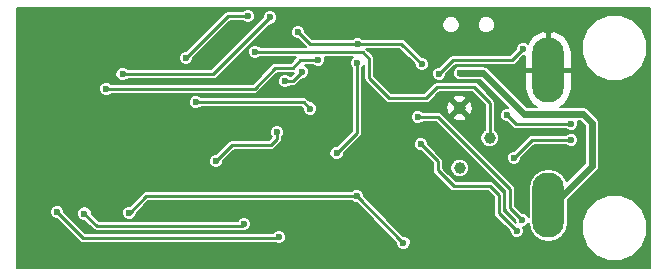
<source format=gbl>
G04 #@! TF.FileFunction,Copper,L2,Bot,Signal*
%FSLAX46Y46*%
G04 Gerber Fmt 4.6, Leading zero omitted, Abs format (unit mm)*
G04 Created by KiCad (PCBNEW 4.0.7-e2-6376~58~ubuntu16.04.1) date Thu Oct 19 04:39:58 2017*
%MOMM*%
%LPD*%
G01*
G04 APERTURE LIST*
%ADD10C,0.100000*%
%ADD11C,0.600000*%
%ADD12C,1.000000*%
%ADD13O,2.720000X5.510000*%
%ADD14C,0.250000*%
%ADD15C,0.600000*%
%ADD16C,0.200000*%
G04 APERTURE END LIST*
D10*
D11*
X168315300Y-111143300D03*
X173847000Y-92871000D03*
X172747000Y-91746000D03*
X171147000Y-91421000D03*
X141147000Y-105346000D03*
X130347000Y-95846000D03*
X130647000Y-97946000D03*
X160515300Y-111493300D03*
X139446000Y-107569000D03*
X140652500Y-101447600D03*
X131047000Y-105946000D03*
X130708400Y-104013000D03*
X131047000Y-101946000D03*
X129147000Y-99746000D03*
X128247000Y-97146000D03*
X136817100Y-100711000D03*
X136791700Y-102768400D03*
X137896600Y-103797100D03*
X135699500Y-103771700D03*
X137858500Y-101676200D03*
X137833100Y-99606100D03*
X135686800Y-101650800D03*
X135661400Y-99606100D03*
D12*
X164195760Y-98806000D03*
X164195760Y-103886000D03*
X166735760Y-101346000D03*
D13*
X171704000Y-107061000D03*
X171704000Y-95631000D03*
D11*
X158750000Y-111252000D03*
X136232900Y-107670600D03*
X159435800Y-110210600D03*
X155473400Y-106273600D03*
X130124200Y-107619800D03*
X148894800Y-109753400D03*
X173647100Y-100152200D03*
X168198800Y-99415600D03*
X173647100Y-101523800D03*
X168795700Y-103035100D03*
X160887000Y-101876000D03*
X169037000Y-109220000D03*
X160997000Y-95106000D03*
X150507000Y-92386000D03*
X155557000Y-93386000D03*
X143557000Y-103316000D03*
X148727000Y-100856000D03*
X132427000Y-107746000D03*
X145937000Y-108626000D03*
X134277000Y-97166000D03*
X152217000Y-94726000D03*
X135647000Y-95946000D03*
X148137000Y-91146000D03*
X146857000Y-94046000D03*
X141027000Y-94576000D03*
X146277000Y-91046000D03*
X151537000Y-98856000D03*
X141857000Y-98326000D03*
X149397000Y-96546000D03*
X150857000Y-95736000D03*
X155507000Y-95006000D03*
X153767000Y-102646000D03*
X169577000Y-93846000D03*
X162467000Y-95906000D03*
X160647000Y-99576000D03*
X169497000Y-108316000D03*
X164197000Y-95856000D03*
D14*
X155473400Y-106273600D02*
X137655300Y-106273600D01*
X136258300Y-107670600D02*
X136232900Y-107670600D01*
X137655300Y-106273600D02*
X136258300Y-107670600D01*
X159410400Y-110210600D02*
X159435800Y-110210600D01*
X155473400Y-106273600D02*
X159410400Y-110210600D01*
X132321300Y-109816900D02*
X130124200Y-107619800D01*
X148831300Y-109816900D02*
X132321300Y-109816900D01*
X148894800Y-109753400D02*
X148831300Y-109816900D01*
X168935400Y-100152200D02*
X173647100Y-100152200D01*
X168198800Y-99415600D02*
X168935400Y-100152200D01*
X170307000Y-101523800D02*
X173647100Y-101523800D01*
X168795700Y-103035100D02*
X170307000Y-101523800D01*
X162337000Y-104076000D02*
X163671000Y-105410000D01*
X162337000Y-103326000D02*
X162337000Y-104076000D01*
X160887000Y-101876000D02*
X162337000Y-103326000D01*
X166751000Y-105410000D02*
X163671000Y-105410000D01*
X167513000Y-106172000D02*
X166751000Y-105410000D01*
X167513000Y-107696000D02*
X167513000Y-106172000D01*
X169037000Y-109220000D02*
X167513000Y-107696000D01*
X160997000Y-95106000D02*
X159247000Y-93356000D01*
X155587000Y-93356000D02*
X155557000Y-93386000D01*
X159247000Y-93356000D02*
X155587000Y-93356000D01*
X150507000Y-92386000D02*
X151507000Y-93386000D01*
X151507000Y-93386000D02*
X155557000Y-93386000D01*
X148017000Y-101966000D02*
X148187000Y-101966000D01*
X144907000Y-101966000D02*
X147997000Y-101966000D01*
X147997000Y-101966000D02*
X148017000Y-101966000D01*
X143557000Y-103316000D02*
X144907000Y-101966000D01*
X148727000Y-101426000D02*
X148727000Y-100856000D01*
X148187000Y-101966000D02*
X148727000Y-101426000D01*
X133457000Y-108776000D02*
X132427000Y-107746000D01*
X145787000Y-108776000D02*
X133457000Y-108776000D01*
X145937000Y-108626000D02*
X145787000Y-108776000D01*
X134277000Y-97166000D02*
X146837000Y-97166000D01*
X150067000Y-95416000D02*
X150707000Y-94776000D01*
X148587000Y-95416000D02*
X150067000Y-95416000D01*
X146837000Y-97166000D02*
X148587000Y-95416000D01*
X150707000Y-94776000D02*
X151477000Y-94776000D01*
X152167000Y-94776000D02*
X152217000Y-94726000D01*
X151477000Y-94776000D02*
X152167000Y-94776000D01*
X143337000Y-95946000D02*
X135647000Y-95946000D01*
X148137000Y-91146000D02*
X143337000Y-95946000D01*
X162087000Y-97236000D02*
X162311012Y-97019460D01*
X162087000Y-97236000D02*
X161347000Y-97976000D01*
X161347000Y-97976000D02*
X158217000Y-97976000D01*
X158217000Y-97976000D02*
X156527000Y-96286000D01*
X156527000Y-96286000D02*
X156527000Y-94646000D01*
X156527000Y-94646000D02*
X155977000Y-94096000D01*
X155977000Y-94096000D02*
X146907000Y-94096000D01*
X146907000Y-94096000D02*
X146857000Y-94046000D01*
X166735760Y-99374760D02*
X166735760Y-101346000D01*
X166735760Y-98344760D02*
X166735760Y-99374760D01*
X165407000Y-97016000D02*
X166735760Y-98344760D01*
X163127000Y-97016000D02*
X165407000Y-97016000D01*
X162311012Y-97019460D02*
X163127000Y-97016000D01*
X166735760Y-101346000D02*
X166735760Y-101386640D01*
X141027000Y-94576000D02*
X144557000Y-91046000D01*
X144557000Y-91046000D02*
X146277000Y-91046000D01*
X151537000Y-98856000D02*
X151007000Y-98326000D01*
X151007000Y-98326000D02*
X141857000Y-98326000D01*
X149397000Y-96546000D02*
X150047000Y-96546000D01*
X150047000Y-96546000D02*
X150857000Y-95736000D01*
X155507000Y-100906000D02*
X155507000Y-95006000D01*
X153767000Y-102646000D02*
X155507000Y-100906000D01*
X162467000Y-95906000D02*
X162477000Y-95906000D01*
X169577000Y-93846000D02*
X168647000Y-94776000D01*
X168647000Y-94776000D02*
X163607000Y-94776000D01*
X162477000Y-95906000D02*
X163607000Y-94776000D01*
X162367000Y-99576000D02*
X160647000Y-99576000D01*
X168467000Y-105676000D02*
X162367000Y-99576000D01*
X168467000Y-107286000D02*
X168467000Y-105676000D01*
X169497000Y-108316000D02*
X168467000Y-107286000D01*
D15*
X171704000Y-107061000D02*
X172062000Y-107061000D01*
X172062000Y-107061000D02*
X175407000Y-103716000D01*
X166197000Y-95856000D02*
X164197000Y-95856000D01*
X169647000Y-99306000D02*
X166197000Y-95856000D01*
X174607000Y-99306000D02*
X169647000Y-99306000D01*
X175407000Y-100106000D02*
X174607000Y-99306000D01*
X175407000Y-103716000D02*
X175407000Y-100106000D01*
X171704000Y-107061000D02*
X171232000Y-107061000D01*
X171704000Y-107061000D02*
X171282000Y-107061000D01*
D14*
X171704000Y-107061000D02*
X171482000Y-107061000D01*
D16*
G36*
X180321000Y-112376000D02*
X126719000Y-112376000D01*
X126719000Y-107738624D01*
X129524096Y-107738624D01*
X129615248Y-107959229D01*
X129783883Y-108128159D01*
X130004329Y-108219696D01*
X130123159Y-108219800D01*
X132020780Y-110117421D01*
X132158659Y-110209549D01*
X132321300Y-110241900D01*
X148534659Y-110241900D01*
X148554483Y-110261759D01*
X148774929Y-110353296D01*
X149013624Y-110353504D01*
X149234229Y-110262352D01*
X149403159Y-110093717D01*
X149494696Y-109873271D01*
X149494904Y-109634576D01*
X149403752Y-109413971D01*
X149235117Y-109245041D01*
X149014671Y-109153504D01*
X148775976Y-109153296D01*
X148555371Y-109244448D01*
X148407661Y-109391900D01*
X132497341Y-109391900D01*
X130970265Y-107864824D01*
X131826896Y-107864824D01*
X131918048Y-108085429D01*
X132086683Y-108254359D01*
X132307129Y-108345896D01*
X132425960Y-108346000D01*
X133156480Y-109076520D01*
X133294359Y-109168649D01*
X133321343Y-109174016D01*
X133457000Y-109201000D01*
X145757173Y-109201000D01*
X145817129Y-109225896D01*
X146055824Y-109226104D01*
X146276429Y-109134952D01*
X146445359Y-108966317D01*
X146536896Y-108745871D01*
X146537104Y-108507176D01*
X146445952Y-108286571D01*
X146277317Y-108117641D01*
X146056871Y-108026104D01*
X145818176Y-108025896D01*
X145597571Y-108117048D01*
X145428641Y-108285683D01*
X145401519Y-108351000D01*
X133633040Y-108351000D01*
X133071464Y-107789424D01*
X135632796Y-107789424D01*
X135723948Y-108010029D01*
X135892583Y-108178959D01*
X136113029Y-108270496D01*
X136351724Y-108270704D01*
X136572329Y-108179552D01*
X136741259Y-108010917D01*
X136832796Y-107790471D01*
X136832877Y-107697063D01*
X137831341Y-106698600D01*
X155049870Y-106698600D01*
X155133083Y-106781959D01*
X155353529Y-106873496D01*
X155472359Y-106873600D01*
X158835777Y-110237017D01*
X158835696Y-110329424D01*
X158926848Y-110550029D01*
X159095483Y-110718959D01*
X159315929Y-110810496D01*
X159554624Y-110810704D01*
X159775229Y-110719552D01*
X159944159Y-110550917D01*
X160035696Y-110330471D01*
X160035904Y-110091776D01*
X159944752Y-109871171D01*
X159776117Y-109702241D01*
X159555671Y-109610704D01*
X159411419Y-109610578D01*
X156073401Y-106272561D01*
X156073504Y-106154776D01*
X155982352Y-105934171D01*
X155813717Y-105765241D01*
X155593271Y-105673704D01*
X155354576Y-105673496D01*
X155133971Y-105764648D01*
X155049872Y-105848600D01*
X137655300Y-105848600D01*
X137492660Y-105880951D01*
X137492658Y-105880952D01*
X137492659Y-105880952D01*
X137354779Y-105973080D01*
X136257239Y-107070621D01*
X136114076Y-107070496D01*
X135893471Y-107161648D01*
X135724541Y-107330283D01*
X135633004Y-107550729D01*
X135632796Y-107789424D01*
X133071464Y-107789424D01*
X133027001Y-107744961D01*
X133027104Y-107627176D01*
X132935952Y-107406571D01*
X132767317Y-107237641D01*
X132546871Y-107146104D01*
X132308176Y-107145896D01*
X132087571Y-107237048D01*
X131918641Y-107405683D01*
X131827104Y-107626129D01*
X131826896Y-107864824D01*
X130970265Y-107864824D01*
X130724201Y-107618761D01*
X130724304Y-107500976D01*
X130633152Y-107280371D01*
X130464517Y-107111441D01*
X130244071Y-107019904D01*
X130005376Y-107019696D01*
X129784771Y-107110848D01*
X129615841Y-107279483D01*
X129524304Y-107499929D01*
X129524096Y-107738624D01*
X126719000Y-107738624D01*
X126719000Y-103434824D01*
X142956896Y-103434824D01*
X143048048Y-103655429D01*
X143216683Y-103824359D01*
X143437129Y-103915896D01*
X143675824Y-103916104D01*
X143896429Y-103824952D01*
X144065359Y-103656317D01*
X144156896Y-103435871D01*
X144157000Y-103317041D01*
X145083041Y-102391000D01*
X148187000Y-102391000D01*
X148322657Y-102364016D01*
X148349641Y-102358649D01*
X148487520Y-102266520D01*
X149027520Y-101726521D01*
X149119648Y-101588641D01*
X149119649Y-101588640D01*
X149152000Y-101426000D01*
X149152000Y-101279530D01*
X149235359Y-101196317D01*
X149326896Y-100975871D01*
X149327104Y-100737176D01*
X149235952Y-100516571D01*
X149067317Y-100347641D01*
X148846871Y-100256104D01*
X148608176Y-100255896D01*
X148387571Y-100347048D01*
X148218641Y-100515683D01*
X148127104Y-100736129D01*
X148126896Y-100974824D01*
X148218048Y-101195429D01*
X148287229Y-101264731D01*
X148010960Y-101541000D01*
X144907000Y-101541000D01*
X144744360Y-101573351D01*
X144744358Y-101573352D01*
X144744359Y-101573352D01*
X144606479Y-101665480D01*
X143555961Y-102715999D01*
X143438176Y-102715896D01*
X143217571Y-102807048D01*
X143048641Y-102975683D01*
X142957104Y-103196129D01*
X142956896Y-103434824D01*
X126719000Y-103434824D01*
X126719000Y-98444824D01*
X141256896Y-98444824D01*
X141348048Y-98665429D01*
X141516683Y-98834359D01*
X141737129Y-98925896D01*
X141975824Y-98926104D01*
X142196429Y-98834952D01*
X142280528Y-98751000D01*
X150830960Y-98751000D01*
X150936999Y-98857039D01*
X150936896Y-98974824D01*
X151028048Y-99195429D01*
X151196683Y-99364359D01*
X151417129Y-99455896D01*
X151655824Y-99456104D01*
X151876429Y-99364952D01*
X152045359Y-99196317D01*
X152136896Y-98975871D01*
X152137104Y-98737176D01*
X152045952Y-98516571D01*
X151877317Y-98347641D01*
X151656871Y-98256104D01*
X151538041Y-98256000D01*
X151307520Y-98025480D01*
X151169641Y-97933351D01*
X151142657Y-97927984D01*
X151007000Y-97901000D01*
X142280530Y-97901000D01*
X142197317Y-97817641D01*
X141976871Y-97726104D01*
X141738176Y-97725896D01*
X141517571Y-97817048D01*
X141348641Y-97985683D01*
X141257104Y-98206129D01*
X141256896Y-98444824D01*
X126719000Y-98444824D01*
X126719000Y-97284824D01*
X133676896Y-97284824D01*
X133768048Y-97505429D01*
X133936683Y-97674359D01*
X134157129Y-97765896D01*
X134395824Y-97766104D01*
X134616429Y-97674952D01*
X134700528Y-97591000D01*
X146837000Y-97591000D01*
X146972657Y-97564016D01*
X146999641Y-97558649D01*
X147137520Y-97466520D01*
X148763041Y-95841000D01*
X150067000Y-95841000D01*
X150171807Y-95820153D01*
X149870960Y-96121000D01*
X149820530Y-96121000D01*
X149737317Y-96037641D01*
X149516871Y-95946104D01*
X149278176Y-95945896D01*
X149057571Y-96037048D01*
X148888641Y-96205683D01*
X148797104Y-96426129D01*
X148796896Y-96664824D01*
X148888048Y-96885429D01*
X149056683Y-97054359D01*
X149277129Y-97145896D01*
X149515824Y-97146104D01*
X149736429Y-97054952D01*
X149820528Y-96971000D01*
X150047000Y-96971000D01*
X150182657Y-96944016D01*
X150209641Y-96938649D01*
X150347520Y-96846520D01*
X150858039Y-96336001D01*
X150975824Y-96336104D01*
X151196429Y-96244952D01*
X151365359Y-96076317D01*
X151456896Y-95855871D01*
X151457104Y-95617176D01*
X151365952Y-95396571D01*
X151197317Y-95227641D01*
X151133158Y-95201000D01*
X151843382Y-95201000D01*
X151876683Y-95234359D01*
X152097129Y-95325896D01*
X152335824Y-95326104D01*
X152556429Y-95234952D01*
X152725359Y-95066317D01*
X152816896Y-94845871D01*
X152817104Y-94607176D01*
X152781497Y-94521000D01*
X155143577Y-94521000D01*
X154998641Y-94665683D01*
X154907104Y-94886129D01*
X154906896Y-95124824D01*
X154998048Y-95345429D01*
X155082000Y-95429528D01*
X155082000Y-100729959D01*
X153765961Y-102045999D01*
X153648176Y-102045896D01*
X153427571Y-102137048D01*
X153258641Y-102305683D01*
X153167104Y-102526129D01*
X153166896Y-102764824D01*
X153258048Y-102985429D01*
X153426683Y-103154359D01*
X153647129Y-103245896D01*
X153885824Y-103246104D01*
X154106429Y-103154952D01*
X154275359Y-102986317D01*
X154366896Y-102765871D01*
X154367000Y-102647041D01*
X155807521Y-101206520D01*
X155899649Y-101068641D01*
X155932000Y-100906000D01*
X155932000Y-99694824D01*
X160046896Y-99694824D01*
X160138048Y-99915429D01*
X160306683Y-100084359D01*
X160527129Y-100175896D01*
X160765824Y-100176104D01*
X160986429Y-100084952D01*
X161070528Y-100001000D01*
X162190960Y-100001000D01*
X168042000Y-105852041D01*
X168042000Y-107286000D01*
X168062528Y-107389201D01*
X168074351Y-107448641D01*
X168166480Y-107586520D01*
X168896999Y-108317039D01*
X168896896Y-108434824D01*
X168927900Y-108509859D01*
X167938000Y-107519960D01*
X167938000Y-106172000D01*
X167934366Y-106153729D01*
X167905649Y-106009359D01*
X167813521Y-105871480D01*
X167051520Y-105109480D01*
X166913641Y-105017351D01*
X166886657Y-105011984D01*
X166751000Y-104985000D01*
X163847040Y-104985000D01*
X162906472Y-104044432D01*
X163395621Y-104044432D01*
X163517157Y-104338572D01*
X163742005Y-104563812D01*
X164035932Y-104685861D01*
X164354192Y-104686139D01*
X164648332Y-104564603D01*
X164873572Y-104339755D01*
X164995621Y-104045828D01*
X164995899Y-103727568D01*
X164874363Y-103433428D01*
X164649515Y-103208188D01*
X164355588Y-103086139D01*
X164037328Y-103085861D01*
X163743188Y-103207397D01*
X163517948Y-103432245D01*
X163395899Y-103726172D01*
X163395621Y-104044432D01*
X162906472Y-104044432D01*
X162762000Y-103899960D01*
X162762000Y-103326000D01*
X162760011Y-103316000D01*
X162729649Y-103163359D01*
X162637521Y-103025480D01*
X161487001Y-101874961D01*
X161487104Y-101757176D01*
X161395952Y-101536571D01*
X161227317Y-101367641D01*
X161006871Y-101276104D01*
X160768176Y-101275896D01*
X160547571Y-101367048D01*
X160378641Y-101535683D01*
X160287104Y-101756129D01*
X160286896Y-101994824D01*
X160378048Y-102215429D01*
X160546683Y-102384359D01*
X160767129Y-102475896D01*
X160885959Y-102476000D01*
X161912000Y-103502041D01*
X161912000Y-104076000D01*
X161924783Y-104140264D01*
X161944351Y-104238641D01*
X162036480Y-104376520D01*
X163370480Y-105710520D01*
X163508359Y-105802649D01*
X163671000Y-105835000D01*
X166574960Y-105835000D01*
X167088000Y-106348041D01*
X167088000Y-107696000D01*
X167110089Y-107807048D01*
X167120351Y-107858641D01*
X167212480Y-107996520D01*
X168436999Y-109221039D01*
X168436896Y-109338824D01*
X168528048Y-109559429D01*
X168696683Y-109728359D01*
X168917129Y-109819896D01*
X169155824Y-109820104D01*
X169376429Y-109728952D01*
X169545359Y-109560317D01*
X169636896Y-109339871D01*
X169637104Y-109101176D01*
X169560614Y-108916056D01*
X169615824Y-108916104D01*
X169836429Y-108824952D01*
X170005359Y-108656317D01*
X170050376Y-108547904D01*
X170170360Y-109151105D01*
X170530203Y-109689648D01*
X171068746Y-110049491D01*
X171704000Y-110175851D01*
X172339254Y-110049491D01*
X172877797Y-109689648D01*
X172993457Y-109516550D01*
X174511519Y-109516550D01*
X174933857Y-110538686D01*
X175715201Y-111321395D01*
X176736598Y-111745516D01*
X177842550Y-111746481D01*
X178864686Y-111324143D01*
X179647395Y-110542799D01*
X180071516Y-109521402D01*
X180072481Y-108415450D01*
X179650143Y-107393314D01*
X178868799Y-106610605D01*
X177847402Y-106186484D01*
X176741450Y-106185519D01*
X175719314Y-106607857D01*
X174936605Y-107389201D01*
X174512484Y-108410598D01*
X174511519Y-109516550D01*
X172993457Y-109516550D01*
X173237640Y-109151105D01*
X173364000Y-108515851D01*
X173364000Y-106607528D01*
X175831264Y-104140264D01*
X175961328Y-103945611D01*
X176007000Y-103716000D01*
X176007000Y-100106000D01*
X175961328Y-99876390D01*
X175831264Y-99681736D01*
X175031264Y-98881736D01*
X174836610Y-98751672D01*
X174607000Y-98706000D01*
X172666472Y-98706000D01*
X172986692Y-98526480D01*
X173463262Y-97921398D01*
X173672000Y-97180000D01*
X173672000Y-95785000D01*
X171858000Y-95785000D01*
X171858000Y-95805000D01*
X171550000Y-95805000D01*
X171550000Y-95785000D01*
X169736000Y-95785000D01*
X169736000Y-97180000D01*
X169944738Y-97921398D01*
X170421308Y-98526480D01*
X170741528Y-98706000D01*
X169895528Y-98706000D01*
X166621264Y-95431736D01*
X166426610Y-95301672D01*
X166197000Y-95256000D01*
X164197523Y-95256000D01*
X164078176Y-95255896D01*
X163857571Y-95347048D01*
X163688641Y-95515683D01*
X163597104Y-95736129D01*
X163596896Y-95974824D01*
X163688048Y-96195429D01*
X163856683Y-96364359D01*
X164077129Y-96455896D01*
X164315824Y-96456104D01*
X164316076Y-96456000D01*
X165948472Y-96456000D01*
X168308167Y-98815695D01*
X168079976Y-98815496D01*
X167859371Y-98906648D01*
X167690441Y-99075283D01*
X167598904Y-99295729D01*
X167598696Y-99534424D01*
X167689848Y-99755029D01*
X167858483Y-99923959D01*
X168078929Y-100015496D01*
X168197759Y-100015600D01*
X168634880Y-100452721D01*
X168772759Y-100544849D01*
X168935400Y-100577200D01*
X173223570Y-100577200D01*
X173306783Y-100660559D01*
X173527229Y-100752096D01*
X173765924Y-100752304D01*
X173986529Y-100661152D01*
X174155459Y-100492517D01*
X174246996Y-100272071D01*
X174247204Y-100033376D01*
X174194573Y-99906000D01*
X174358472Y-99906000D01*
X174807000Y-100354528D01*
X174807000Y-103467472D01*
X173248580Y-105025892D01*
X173237640Y-104970895D01*
X172877797Y-104432352D01*
X172339254Y-104072509D01*
X171704000Y-103946149D01*
X171068746Y-104072509D01*
X170530203Y-104432352D01*
X170170360Y-104970895D01*
X170044000Y-105606149D01*
X170044000Y-108068654D01*
X170005952Y-107976571D01*
X169837317Y-107807641D01*
X169616871Y-107716104D01*
X169498040Y-107716000D01*
X168892000Y-107109960D01*
X168892000Y-105676000D01*
X168871441Y-105572641D01*
X168859649Y-105513359D01*
X168767521Y-105375480D01*
X166545965Y-103153924D01*
X168195596Y-103153924D01*
X168286748Y-103374529D01*
X168455383Y-103543459D01*
X168675829Y-103634996D01*
X168914524Y-103635204D01*
X169135129Y-103544052D01*
X169304059Y-103375417D01*
X169395596Y-103154971D01*
X169395700Y-103036140D01*
X170483040Y-101948800D01*
X173223570Y-101948800D01*
X173306783Y-102032159D01*
X173527229Y-102123696D01*
X173765924Y-102123904D01*
X173986529Y-102032752D01*
X174155459Y-101864117D01*
X174246996Y-101643671D01*
X174247204Y-101404976D01*
X174156052Y-101184371D01*
X173987417Y-101015441D01*
X173766971Y-100923904D01*
X173528276Y-100923696D01*
X173307671Y-101014848D01*
X173223572Y-101098800D01*
X170307000Y-101098800D01*
X170172870Y-101125480D01*
X170144359Y-101131151D01*
X170006480Y-101223280D01*
X168794661Y-102435099D01*
X168676876Y-102434996D01*
X168456271Y-102526148D01*
X168287341Y-102694783D01*
X168195804Y-102915229D01*
X168195596Y-103153924D01*
X166545965Y-103153924D01*
X162989648Y-99597607D01*
X163621941Y-99597607D01*
X163662522Y-99801939D01*
X164084241Y-99930189D01*
X164522939Y-99887291D01*
X164728998Y-99801939D01*
X164769579Y-99597607D01*
X164195760Y-99023789D01*
X163621941Y-99597607D01*
X162989648Y-99597607D01*
X162667520Y-99275480D01*
X162529641Y-99183351D01*
X162502657Y-99177984D01*
X162367000Y-99151000D01*
X161070530Y-99151000D01*
X160987317Y-99067641D01*
X160766871Y-98976104D01*
X160528176Y-98975896D01*
X160307571Y-99067048D01*
X160138641Y-99235683D01*
X160047104Y-99456129D01*
X160046896Y-99694824D01*
X155932000Y-99694824D01*
X155932000Y-98694481D01*
X163071571Y-98694481D01*
X163114469Y-99133179D01*
X163199821Y-99339238D01*
X163404153Y-99379819D01*
X163977971Y-98806000D01*
X164413549Y-98806000D01*
X164987367Y-99379819D01*
X165191699Y-99339238D01*
X165319949Y-98917519D01*
X165277051Y-98478821D01*
X165191699Y-98272762D01*
X164987367Y-98232181D01*
X164413549Y-98806000D01*
X163977971Y-98806000D01*
X163404153Y-98232181D01*
X163199821Y-98272762D01*
X163071571Y-98694481D01*
X155932000Y-98694481D01*
X155932000Y-95429530D01*
X156015359Y-95346317D01*
X156102000Y-95137662D01*
X156102000Y-96286000D01*
X156121366Y-96383359D01*
X156134351Y-96448641D01*
X156226480Y-96586520D01*
X157916480Y-98276520D01*
X158054359Y-98368649D01*
X158217000Y-98401000D01*
X161347000Y-98401000D01*
X161482657Y-98374016D01*
X161509641Y-98368649D01*
X161647520Y-98276520D01*
X161909647Y-98014393D01*
X163621941Y-98014393D01*
X164195760Y-98588211D01*
X164769579Y-98014393D01*
X164728998Y-97810061D01*
X164307279Y-97681811D01*
X163868581Y-97724709D01*
X163662522Y-97810061D01*
X163621941Y-98014393D01*
X161909647Y-98014393D01*
X162384959Y-97539081D01*
X162483598Y-97443732D01*
X163127859Y-97441000D01*
X165230960Y-97441000D01*
X166310760Y-98520801D01*
X166310760Y-100656004D01*
X166283188Y-100667397D01*
X166057948Y-100892245D01*
X165935899Y-101186172D01*
X165935621Y-101504432D01*
X166057157Y-101798572D01*
X166282005Y-102023812D01*
X166575932Y-102145861D01*
X166894192Y-102146139D01*
X167188332Y-102024603D01*
X167413572Y-101799755D01*
X167535621Y-101505828D01*
X167535899Y-101187568D01*
X167414363Y-100893428D01*
X167189515Y-100668188D01*
X167160760Y-100656248D01*
X167160760Y-98344760D01*
X167128409Y-98182120D01*
X167097838Y-98136368D01*
X167036280Y-98044239D01*
X165707520Y-96715480D01*
X165569641Y-96623351D01*
X165542657Y-96617984D01*
X165407000Y-96591000D01*
X163127000Y-96591000D01*
X163126099Y-96591179D01*
X163125198Y-96591004D01*
X162309210Y-96594464D01*
X162232264Y-96610109D01*
X162155053Y-96624110D01*
X162151200Y-96626591D01*
X162146709Y-96627504D01*
X162081630Y-96671389D01*
X162015631Y-96713887D01*
X161791619Y-96930427D01*
X161789529Y-96933443D01*
X161786480Y-96935480D01*
X161170960Y-97551000D01*
X158393040Y-97551000D01*
X156952000Y-96109960D01*
X156952000Y-96024824D01*
X161866896Y-96024824D01*
X161958048Y-96245429D01*
X162126683Y-96414359D01*
X162347129Y-96505896D01*
X162585824Y-96506104D01*
X162806429Y-96414952D01*
X162975359Y-96246317D01*
X163066896Y-96025871D01*
X163066991Y-95917049D01*
X163783041Y-95201000D01*
X168647000Y-95201000D01*
X168782657Y-95174016D01*
X168809641Y-95168649D01*
X168947520Y-95076520D01*
X169578039Y-94446001D01*
X169695824Y-94446104D01*
X169736000Y-94429504D01*
X169736000Y-95477000D01*
X171550000Y-95477000D01*
X171550000Y-92426542D01*
X171858000Y-92426542D01*
X171858000Y-95477000D01*
X173672000Y-95477000D01*
X173672000Y-94276550D01*
X174511519Y-94276550D01*
X174933857Y-95298686D01*
X175715201Y-96081395D01*
X176736598Y-96505516D01*
X177842550Y-96506481D01*
X178864686Y-96084143D01*
X179647395Y-95302799D01*
X180071516Y-94281402D01*
X180072481Y-93175450D01*
X179650143Y-92153314D01*
X178868799Y-91370605D01*
X177847402Y-90946484D01*
X176741450Y-90945519D01*
X175719314Y-91367857D01*
X174936605Y-92149201D01*
X174512484Y-93170598D01*
X174511519Y-94276550D01*
X173672000Y-94276550D01*
X173672000Y-94082000D01*
X173463262Y-93340602D01*
X172986692Y-92735520D01*
X172314844Y-92358872D01*
X172163023Y-92322281D01*
X171858000Y-92426542D01*
X171550000Y-92426542D01*
X171244977Y-92322281D01*
X171093156Y-92358872D01*
X170421308Y-92735520D01*
X169944738Y-93340602D01*
X169939356Y-93359718D01*
X169917317Y-93337641D01*
X169696871Y-93246104D01*
X169458176Y-93245896D01*
X169237571Y-93337048D01*
X169068641Y-93505683D01*
X168977104Y-93726129D01*
X168977000Y-93844959D01*
X168470960Y-94351000D01*
X163607000Y-94351000D01*
X163444360Y-94383351D01*
X163424650Y-94396521D01*
X163306479Y-94475480D01*
X162475952Y-95306007D01*
X162348176Y-95305896D01*
X162127571Y-95397048D01*
X161958641Y-95565683D01*
X161867104Y-95786129D01*
X161866896Y-96024824D01*
X156952000Y-96024824D01*
X156952000Y-94646000D01*
X156919649Y-94483360D01*
X156861624Y-94396520D01*
X156827520Y-94345479D01*
X156277520Y-93795480D01*
X156255849Y-93781000D01*
X159070960Y-93781000D01*
X160396999Y-95107039D01*
X160396896Y-95224824D01*
X160488048Y-95445429D01*
X160656683Y-95614359D01*
X160877129Y-95705896D01*
X161115824Y-95706104D01*
X161336429Y-95614952D01*
X161505359Y-95446317D01*
X161596896Y-95225871D01*
X161597104Y-94987176D01*
X161505952Y-94766571D01*
X161337317Y-94597641D01*
X161116871Y-94506104D01*
X160998041Y-94506000D01*
X159547520Y-93055480D01*
X159409641Y-92963351D01*
X159382657Y-92957984D01*
X159247000Y-92931000D01*
X155950583Y-92931000D01*
X155897317Y-92877641D01*
X155676871Y-92786104D01*
X155438176Y-92785896D01*
X155217571Y-92877048D01*
X155133472Y-92961000D01*
X151683041Y-92961000D01*
X151107001Y-92384961D01*
X151107104Y-92267176D01*
X151015952Y-92046571D01*
X150873072Y-91903441D01*
X162713771Y-91903441D01*
X162826875Y-92177175D01*
X163036124Y-92386789D01*
X163309660Y-92500371D01*
X163605841Y-92500629D01*
X163879575Y-92387525D01*
X164089189Y-92178276D01*
X164202771Y-91904740D01*
X164202772Y-91903441D01*
X165710971Y-91903441D01*
X165824075Y-92177175D01*
X166033324Y-92386789D01*
X166306860Y-92500371D01*
X166603041Y-92500629D01*
X166876775Y-92387525D01*
X167086389Y-92178276D01*
X167199971Y-91904740D01*
X167200229Y-91608559D01*
X167087125Y-91334825D01*
X166877876Y-91125211D01*
X166604340Y-91011629D01*
X166308159Y-91011371D01*
X166034425Y-91124475D01*
X165824811Y-91333724D01*
X165711229Y-91607260D01*
X165710971Y-91903441D01*
X164202772Y-91903441D01*
X164203029Y-91608559D01*
X164089925Y-91334825D01*
X163880676Y-91125211D01*
X163607140Y-91011629D01*
X163310959Y-91011371D01*
X163037225Y-91124475D01*
X162827611Y-91333724D01*
X162714029Y-91607260D01*
X162713771Y-91903441D01*
X150873072Y-91903441D01*
X150847317Y-91877641D01*
X150626871Y-91786104D01*
X150388176Y-91785896D01*
X150167571Y-91877048D01*
X149998641Y-92045683D01*
X149907104Y-92266129D01*
X149906896Y-92504824D01*
X149998048Y-92725429D01*
X150166683Y-92894359D01*
X150387129Y-92985896D01*
X150505959Y-92986000D01*
X151190959Y-93671000D01*
X147330443Y-93671000D01*
X147197317Y-93537641D01*
X146976871Y-93446104D01*
X146738176Y-93445896D01*
X146517571Y-93537048D01*
X146348641Y-93705683D01*
X146257104Y-93926129D01*
X146256896Y-94164824D01*
X146348048Y-94385429D01*
X146516683Y-94554359D01*
X146737129Y-94645896D01*
X146975824Y-94646104D01*
X147196429Y-94554952D01*
X147230440Y-94521000D01*
X150360959Y-94521000D01*
X149890960Y-94991000D01*
X148587000Y-94991000D01*
X148424359Y-95023351D01*
X148286480Y-95115479D01*
X146660960Y-96741000D01*
X134700530Y-96741000D01*
X134617317Y-96657641D01*
X134396871Y-96566104D01*
X134158176Y-96565896D01*
X133937571Y-96657048D01*
X133768641Y-96825683D01*
X133677104Y-97046129D01*
X133676896Y-97284824D01*
X126719000Y-97284824D01*
X126719000Y-96064824D01*
X135046896Y-96064824D01*
X135138048Y-96285429D01*
X135306683Y-96454359D01*
X135527129Y-96545896D01*
X135765824Y-96546104D01*
X135986429Y-96454952D01*
X136070528Y-96371000D01*
X143337000Y-96371000D01*
X143472657Y-96344016D01*
X143499641Y-96338649D01*
X143637520Y-96246520D01*
X148138039Y-91746001D01*
X148255824Y-91746104D01*
X148476429Y-91654952D01*
X148645359Y-91486317D01*
X148736896Y-91265871D01*
X148737104Y-91027176D01*
X148645952Y-90806571D01*
X148477317Y-90637641D01*
X148256871Y-90546104D01*
X148018176Y-90545896D01*
X147797571Y-90637048D01*
X147628641Y-90805683D01*
X147537104Y-91026129D01*
X147537000Y-91144960D01*
X143160960Y-95521000D01*
X136070530Y-95521000D01*
X135987317Y-95437641D01*
X135766871Y-95346104D01*
X135528176Y-95345896D01*
X135307571Y-95437048D01*
X135138641Y-95605683D01*
X135047104Y-95826129D01*
X135046896Y-96064824D01*
X126719000Y-96064824D01*
X126719000Y-94694824D01*
X140426896Y-94694824D01*
X140518048Y-94915429D01*
X140686683Y-95084359D01*
X140907129Y-95175896D01*
X141145824Y-95176104D01*
X141366429Y-95084952D01*
X141535359Y-94916317D01*
X141626896Y-94695871D01*
X141627000Y-94577040D01*
X144733040Y-91471000D01*
X145853470Y-91471000D01*
X145936683Y-91554359D01*
X146157129Y-91645896D01*
X146395824Y-91646104D01*
X146616429Y-91554952D01*
X146785359Y-91386317D01*
X146876896Y-91165871D01*
X146877104Y-90927176D01*
X146785952Y-90706571D01*
X146617317Y-90537641D01*
X146396871Y-90446104D01*
X146158176Y-90445896D01*
X145937571Y-90537048D01*
X145853472Y-90621000D01*
X144557000Y-90621000D01*
X144394359Y-90653351D01*
X144256480Y-90745480D01*
X141025961Y-93975999D01*
X140908176Y-93975896D01*
X140687571Y-94067048D01*
X140518641Y-94235683D01*
X140427104Y-94456129D01*
X140426896Y-94694824D01*
X126719000Y-94694824D01*
X126719000Y-90316000D01*
X180321000Y-90316000D01*
X180321000Y-112376000D01*
X180321000Y-112376000D01*
G37*
X180321000Y-112376000D02*
X126719000Y-112376000D01*
X126719000Y-107738624D01*
X129524096Y-107738624D01*
X129615248Y-107959229D01*
X129783883Y-108128159D01*
X130004329Y-108219696D01*
X130123159Y-108219800D01*
X132020780Y-110117421D01*
X132158659Y-110209549D01*
X132321300Y-110241900D01*
X148534659Y-110241900D01*
X148554483Y-110261759D01*
X148774929Y-110353296D01*
X149013624Y-110353504D01*
X149234229Y-110262352D01*
X149403159Y-110093717D01*
X149494696Y-109873271D01*
X149494904Y-109634576D01*
X149403752Y-109413971D01*
X149235117Y-109245041D01*
X149014671Y-109153504D01*
X148775976Y-109153296D01*
X148555371Y-109244448D01*
X148407661Y-109391900D01*
X132497341Y-109391900D01*
X130970265Y-107864824D01*
X131826896Y-107864824D01*
X131918048Y-108085429D01*
X132086683Y-108254359D01*
X132307129Y-108345896D01*
X132425960Y-108346000D01*
X133156480Y-109076520D01*
X133294359Y-109168649D01*
X133321343Y-109174016D01*
X133457000Y-109201000D01*
X145757173Y-109201000D01*
X145817129Y-109225896D01*
X146055824Y-109226104D01*
X146276429Y-109134952D01*
X146445359Y-108966317D01*
X146536896Y-108745871D01*
X146537104Y-108507176D01*
X146445952Y-108286571D01*
X146277317Y-108117641D01*
X146056871Y-108026104D01*
X145818176Y-108025896D01*
X145597571Y-108117048D01*
X145428641Y-108285683D01*
X145401519Y-108351000D01*
X133633040Y-108351000D01*
X133071464Y-107789424D01*
X135632796Y-107789424D01*
X135723948Y-108010029D01*
X135892583Y-108178959D01*
X136113029Y-108270496D01*
X136351724Y-108270704D01*
X136572329Y-108179552D01*
X136741259Y-108010917D01*
X136832796Y-107790471D01*
X136832877Y-107697063D01*
X137831341Y-106698600D01*
X155049870Y-106698600D01*
X155133083Y-106781959D01*
X155353529Y-106873496D01*
X155472359Y-106873600D01*
X158835777Y-110237017D01*
X158835696Y-110329424D01*
X158926848Y-110550029D01*
X159095483Y-110718959D01*
X159315929Y-110810496D01*
X159554624Y-110810704D01*
X159775229Y-110719552D01*
X159944159Y-110550917D01*
X160035696Y-110330471D01*
X160035904Y-110091776D01*
X159944752Y-109871171D01*
X159776117Y-109702241D01*
X159555671Y-109610704D01*
X159411419Y-109610578D01*
X156073401Y-106272561D01*
X156073504Y-106154776D01*
X155982352Y-105934171D01*
X155813717Y-105765241D01*
X155593271Y-105673704D01*
X155354576Y-105673496D01*
X155133971Y-105764648D01*
X155049872Y-105848600D01*
X137655300Y-105848600D01*
X137492660Y-105880951D01*
X137492658Y-105880952D01*
X137492659Y-105880952D01*
X137354779Y-105973080D01*
X136257239Y-107070621D01*
X136114076Y-107070496D01*
X135893471Y-107161648D01*
X135724541Y-107330283D01*
X135633004Y-107550729D01*
X135632796Y-107789424D01*
X133071464Y-107789424D01*
X133027001Y-107744961D01*
X133027104Y-107627176D01*
X132935952Y-107406571D01*
X132767317Y-107237641D01*
X132546871Y-107146104D01*
X132308176Y-107145896D01*
X132087571Y-107237048D01*
X131918641Y-107405683D01*
X131827104Y-107626129D01*
X131826896Y-107864824D01*
X130970265Y-107864824D01*
X130724201Y-107618761D01*
X130724304Y-107500976D01*
X130633152Y-107280371D01*
X130464517Y-107111441D01*
X130244071Y-107019904D01*
X130005376Y-107019696D01*
X129784771Y-107110848D01*
X129615841Y-107279483D01*
X129524304Y-107499929D01*
X129524096Y-107738624D01*
X126719000Y-107738624D01*
X126719000Y-103434824D01*
X142956896Y-103434824D01*
X143048048Y-103655429D01*
X143216683Y-103824359D01*
X143437129Y-103915896D01*
X143675824Y-103916104D01*
X143896429Y-103824952D01*
X144065359Y-103656317D01*
X144156896Y-103435871D01*
X144157000Y-103317041D01*
X145083041Y-102391000D01*
X148187000Y-102391000D01*
X148322657Y-102364016D01*
X148349641Y-102358649D01*
X148487520Y-102266520D01*
X149027520Y-101726521D01*
X149119648Y-101588641D01*
X149119649Y-101588640D01*
X149152000Y-101426000D01*
X149152000Y-101279530D01*
X149235359Y-101196317D01*
X149326896Y-100975871D01*
X149327104Y-100737176D01*
X149235952Y-100516571D01*
X149067317Y-100347641D01*
X148846871Y-100256104D01*
X148608176Y-100255896D01*
X148387571Y-100347048D01*
X148218641Y-100515683D01*
X148127104Y-100736129D01*
X148126896Y-100974824D01*
X148218048Y-101195429D01*
X148287229Y-101264731D01*
X148010960Y-101541000D01*
X144907000Y-101541000D01*
X144744360Y-101573351D01*
X144744358Y-101573352D01*
X144744359Y-101573352D01*
X144606479Y-101665480D01*
X143555961Y-102715999D01*
X143438176Y-102715896D01*
X143217571Y-102807048D01*
X143048641Y-102975683D01*
X142957104Y-103196129D01*
X142956896Y-103434824D01*
X126719000Y-103434824D01*
X126719000Y-98444824D01*
X141256896Y-98444824D01*
X141348048Y-98665429D01*
X141516683Y-98834359D01*
X141737129Y-98925896D01*
X141975824Y-98926104D01*
X142196429Y-98834952D01*
X142280528Y-98751000D01*
X150830960Y-98751000D01*
X150936999Y-98857039D01*
X150936896Y-98974824D01*
X151028048Y-99195429D01*
X151196683Y-99364359D01*
X151417129Y-99455896D01*
X151655824Y-99456104D01*
X151876429Y-99364952D01*
X152045359Y-99196317D01*
X152136896Y-98975871D01*
X152137104Y-98737176D01*
X152045952Y-98516571D01*
X151877317Y-98347641D01*
X151656871Y-98256104D01*
X151538041Y-98256000D01*
X151307520Y-98025480D01*
X151169641Y-97933351D01*
X151142657Y-97927984D01*
X151007000Y-97901000D01*
X142280530Y-97901000D01*
X142197317Y-97817641D01*
X141976871Y-97726104D01*
X141738176Y-97725896D01*
X141517571Y-97817048D01*
X141348641Y-97985683D01*
X141257104Y-98206129D01*
X141256896Y-98444824D01*
X126719000Y-98444824D01*
X126719000Y-97284824D01*
X133676896Y-97284824D01*
X133768048Y-97505429D01*
X133936683Y-97674359D01*
X134157129Y-97765896D01*
X134395824Y-97766104D01*
X134616429Y-97674952D01*
X134700528Y-97591000D01*
X146837000Y-97591000D01*
X146972657Y-97564016D01*
X146999641Y-97558649D01*
X147137520Y-97466520D01*
X148763041Y-95841000D01*
X150067000Y-95841000D01*
X150171807Y-95820153D01*
X149870960Y-96121000D01*
X149820530Y-96121000D01*
X149737317Y-96037641D01*
X149516871Y-95946104D01*
X149278176Y-95945896D01*
X149057571Y-96037048D01*
X148888641Y-96205683D01*
X148797104Y-96426129D01*
X148796896Y-96664824D01*
X148888048Y-96885429D01*
X149056683Y-97054359D01*
X149277129Y-97145896D01*
X149515824Y-97146104D01*
X149736429Y-97054952D01*
X149820528Y-96971000D01*
X150047000Y-96971000D01*
X150182657Y-96944016D01*
X150209641Y-96938649D01*
X150347520Y-96846520D01*
X150858039Y-96336001D01*
X150975824Y-96336104D01*
X151196429Y-96244952D01*
X151365359Y-96076317D01*
X151456896Y-95855871D01*
X151457104Y-95617176D01*
X151365952Y-95396571D01*
X151197317Y-95227641D01*
X151133158Y-95201000D01*
X151843382Y-95201000D01*
X151876683Y-95234359D01*
X152097129Y-95325896D01*
X152335824Y-95326104D01*
X152556429Y-95234952D01*
X152725359Y-95066317D01*
X152816896Y-94845871D01*
X152817104Y-94607176D01*
X152781497Y-94521000D01*
X155143577Y-94521000D01*
X154998641Y-94665683D01*
X154907104Y-94886129D01*
X154906896Y-95124824D01*
X154998048Y-95345429D01*
X155082000Y-95429528D01*
X155082000Y-100729959D01*
X153765961Y-102045999D01*
X153648176Y-102045896D01*
X153427571Y-102137048D01*
X153258641Y-102305683D01*
X153167104Y-102526129D01*
X153166896Y-102764824D01*
X153258048Y-102985429D01*
X153426683Y-103154359D01*
X153647129Y-103245896D01*
X153885824Y-103246104D01*
X154106429Y-103154952D01*
X154275359Y-102986317D01*
X154366896Y-102765871D01*
X154367000Y-102647041D01*
X155807521Y-101206520D01*
X155899649Y-101068641D01*
X155932000Y-100906000D01*
X155932000Y-99694824D01*
X160046896Y-99694824D01*
X160138048Y-99915429D01*
X160306683Y-100084359D01*
X160527129Y-100175896D01*
X160765824Y-100176104D01*
X160986429Y-100084952D01*
X161070528Y-100001000D01*
X162190960Y-100001000D01*
X168042000Y-105852041D01*
X168042000Y-107286000D01*
X168062528Y-107389201D01*
X168074351Y-107448641D01*
X168166480Y-107586520D01*
X168896999Y-108317039D01*
X168896896Y-108434824D01*
X168927900Y-108509859D01*
X167938000Y-107519960D01*
X167938000Y-106172000D01*
X167934366Y-106153729D01*
X167905649Y-106009359D01*
X167813521Y-105871480D01*
X167051520Y-105109480D01*
X166913641Y-105017351D01*
X166886657Y-105011984D01*
X166751000Y-104985000D01*
X163847040Y-104985000D01*
X162906472Y-104044432D01*
X163395621Y-104044432D01*
X163517157Y-104338572D01*
X163742005Y-104563812D01*
X164035932Y-104685861D01*
X164354192Y-104686139D01*
X164648332Y-104564603D01*
X164873572Y-104339755D01*
X164995621Y-104045828D01*
X164995899Y-103727568D01*
X164874363Y-103433428D01*
X164649515Y-103208188D01*
X164355588Y-103086139D01*
X164037328Y-103085861D01*
X163743188Y-103207397D01*
X163517948Y-103432245D01*
X163395899Y-103726172D01*
X163395621Y-104044432D01*
X162906472Y-104044432D01*
X162762000Y-103899960D01*
X162762000Y-103326000D01*
X162760011Y-103316000D01*
X162729649Y-103163359D01*
X162637521Y-103025480D01*
X161487001Y-101874961D01*
X161487104Y-101757176D01*
X161395952Y-101536571D01*
X161227317Y-101367641D01*
X161006871Y-101276104D01*
X160768176Y-101275896D01*
X160547571Y-101367048D01*
X160378641Y-101535683D01*
X160287104Y-101756129D01*
X160286896Y-101994824D01*
X160378048Y-102215429D01*
X160546683Y-102384359D01*
X160767129Y-102475896D01*
X160885959Y-102476000D01*
X161912000Y-103502041D01*
X161912000Y-104076000D01*
X161924783Y-104140264D01*
X161944351Y-104238641D01*
X162036480Y-104376520D01*
X163370480Y-105710520D01*
X163508359Y-105802649D01*
X163671000Y-105835000D01*
X166574960Y-105835000D01*
X167088000Y-106348041D01*
X167088000Y-107696000D01*
X167110089Y-107807048D01*
X167120351Y-107858641D01*
X167212480Y-107996520D01*
X168436999Y-109221039D01*
X168436896Y-109338824D01*
X168528048Y-109559429D01*
X168696683Y-109728359D01*
X168917129Y-109819896D01*
X169155824Y-109820104D01*
X169376429Y-109728952D01*
X169545359Y-109560317D01*
X169636896Y-109339871D01*
X169637104Y-109101176D01*
X169560614Y-108916056D01*
X169615824Y-108916104D01*
X169836429Y-108824952D01*
X170005359Y-108656317D01*
X170050376Y-108547904D01*
X170170360Y-109151105D01*
X170530203Y-109689648D01*
X171068746Y-110049491D01*
X171704000Y-110175851D01*
X172339254Y-110049491D01*
X172877797Y-109689648D01*
X172993457Y-109516550D01*
X174511519Y-109516550D01*
X174933857Y-110538686D01*
X175715201Y-111321395D01*
X176736598Y-111745516D01*
X177842550Y-111746481D01*
X178864686Y-111324143D01*
X179647395Y-110542799D01*
X180071516Y-109521402D01*
X180072481Y-108415450D01*
X179650143Y-107393314D01*
X178868799Y-106610605D01*
X177847402Y-106186484D01*
X176741450Y-106185519D01*
X175719314Y-106607857D01*
X174936605Y-107389201D01*
X174512484Y-108410598D01*
X174511519Y-109516550D01*
X172993457Y-109516550D01*
X173237640Y-109151105D01*
X173364000Y-108515851D01*
X173364000Y-106607528D01*
X175831264Y-104140264D01*
X175961328Y-103945611D01*
X176007000Y-103716000D01*
X176007000Y-100106000D01*
X175961328Y-99876390D01*
X175831264Y-99681736D01*
X175031264Y-98881736D01*
X174836610Y-98751672D01*
X174607000Y-98706000D01*
X172666472Y-98706000D01*
X172986692Y-98526480D01*
X173463262Y-97921398D01*
X173672000Y-97180000D01*
X173672000Y-95785000D01*
X171858000Y-95785000D01*
X171858000Y-95805000D01*
X171550000Y-95805000D01*
X171550000Y-95785000D01*
X169736000Y-95785000D01*
X169736000Y-97180000D01*
X169944738Y-97921398D01*
X170421308Y-98526480D01*
X170741528Y-98706000D01*
X169895528Y-98706000D01*
X166621264Y-95431736D01*
X166426610Y-95301672D01*
X166197000Y-95256000D01*
X164197523Y-95256000D01*
X164078176Y-95255896D01*
X163857571Y-95347048D01*
X163688641Y-95515683D01*
X163597104Y-95736129D01*
X163596896Y-95974824D01*
X163688048Y-96195429D01*
X163856683Y-96364359D01*
X164077129Y-96455896D01*
X164315824Y-96456104D01*
X164316076Y-96456000D01*
X165948472Y-96456000D01*
X168308167Y-98815695D01*
X168079976Y-98815496D01*
X167859371Y-98906648D01*
X167690441Y-99075283D01*
X167598904Y-99295729D01*
X167598696Y-99534424D01*
X167689848Y-99755029D01*
X167858483Y-99923959D01*
X168078929Y-100015496D01*
X168197759Y-100015600D01*
X168634880Y-100452721D01*
X168772759Y-100544849D01*
X168935400Y-100577200D01*
X173223570Y-100577200D01*
X173306783Y-100660559D01*
X173527229Y-100752096D01*
X173765924Y-100752304D01*
X173986529Y-100661152D01*
X174155459Y-100492517D01*
X174246996Y-100272071D01*
X174247204Y-100033376D01*
X174194573Y-99906000D01*
X174358472Y-99906000D01*
X174807000Y-100354528D01*
X174807000Y-103467472D01*
X173248580Y-105025892D01*
X173237640Y-104970895D01*
X172877797Y-104432352D01*
X172339254Y-104072509D01*
X171704000Y-103946149D01*
X171068746Y-104072509D01*
X170530203Y-104432352D01*
X170170360Y-104970895D01*
X170044000Y-105606149D01*
X170044000Y-108068654D01*
X170005952Y-107976571D01*
X169837317Y-107807641D01*
X169616871Y-107716104D01*
X169498040Y-107716000D01*
X168892000Y-107109960D01*
X168892000Y-105676000D01*
X168871441Y-105572641D01*
X168859649Y-105513359D01*
X168767521Y-105375480D01*
X166545965Y-103153924D01*
X168195596Y-103153924D01*
X168286748Y-103374529D01*
X168455383Y-103543459D01*
X168675829Y-103634996D01*
X168914524Y-103635204D01*
X169135129Y-103544052D01*
X169304059Y-103375417D01*
X169395596Y-103154971D01*
X169395700Y-103036140D01*
X170483040Y-101948800D01*
X173223570Y-101948800D01*
X173306783Y-102032159D01*
X173527229Y-102123696D01*
X173765924Y-102123904D01*
X173986529Y-102032752D01*
X174155459Y-101864117D01*
X174246996Y-101643671D01*
X174247204Y-101404976D01*
X174156052Y-101184371D01*
X173987417Y-101015441D01*
X173766971Y-100923904D01*
X173528276Y-100923696D01*
X173307671Y-101014848D01*
X173223572Y-101098800D01*
X170307000Y-101098800D01*
X170172870Y-101125480D01*
X170144359Y-101131151D01*
X170006480Y-101223280D01*
X168794661Y-102435099D01*
X168676876Y-102434996D01*
X168456271Y-102526148D01*
X168287341Y-102694783D01*
X168195804Y-102915229D01*
X168195596Y-103153924D01*
X166545965Y-103153924D01*
X162989648Y-99597607D01*
X163621941Y-99597607D01*
X163662522Y-99801939D01*
X164084241Y-99930189D01*
X164522939Y-99887291D01*
X164728998Y-99801939D01*
X164769579Y-99597607D01*
X164195760Y-99023789D01*
X163621941Y-99597607D01*
X162989648Y-99597607D01*
X162667520Y-99275480D01*
X162529641Y-99183351D01*
X162502657Y-99177984D01*
X162367000Y-99151000D01*
X161070530Y-99151000D01*
X160987317Y-99067641D01*
X160766871Y-98976104D01*
X160528176Y-98975896D01*
X160307571Y-99067048D01*
X160138641Y-99235683D01*
X160047104Y-99456129D01*
X160046896Y-99694824D01*
X155932000Y-99694824D01*
X155932000Y-98694481D01*
X163071571Y-98694481D01*
X163114469Y-99133179D01*
X163199821Y-99339238D01*
X163404153Y-99379819D01*
X163977971Y-98806000D01*
X164413549Y-98806000D01*
X164987367Y-99379819D01*
X165191699Y-99339238D01*
X165319949Y-98917519D01*
X165277051Y-98478821D01*
X165191699Y-98272762D01*
X164987367Y-98232181D01*
X164413549Y-98806000D01*
X163977971Y-98806000D01*
X163404153Y-98232181D01*
X163199821Y-98272762D01*
X163071571Y-98694481D01*
X155932000Y-98694481D01*
X155932000Y-95429530D01*
X156015359Y-95346317D01*
X156102000Y-95137662D01*
X156102000Y-96286000D01*
X156121366Y-96383359D01*
X156134351Y-96448641D01*
X156226480Y-96586520D01*
X157916480Y-98276520D01*
X158054359Y-98368649D01*
X158217000Y-98401000D01*
X161347000Y-98401000D01*
X161482657Y-98374016D01*
X161509641Y-98368649D01*
X161647520Y-98276520D01*
X161909647Y-98014393D01*
X163621941Y-98014393D01*
X164195760Y-98588211D01*
X164769579Y-98014393D01*
X164728998Y-97810061D01*
X164307279Y-97681811D01*
X163868581Y-97724709D01*
X163662522Y-97810061D01*
X163621941Y-98014393D01*
X161909647Y-98014393D01*
X162384959Y-97539081D01*
X162483598Y-97443732D01*
X163127859Y-97441000D01*
X165230960Y-97441000D01*
X166310760Y-98520801D01*
X166310760Y-100656004D01*
X166283188Y-100667397D01*
X166057948Y-100892245D01*
X165935899Y-101186172D01*
X165935621Y-101504432D01*
X166057157Y-101798572D01*
X166282005Y-102023812D01*
X166575932Y-102145861D01*
X166894192Y-102146139D01*
X167188332Y-102024603D01*
X167413572Y-101799755D01*
X167535621Y-101505828D01*
X167535899Y-101187568D01*
X167414363Y-100893428D01*
X167189515Y-100668188D01*
X167160760Y-100656248D01*
X167160760Y-98344760D01*
X167128409Y-98182120D01*
X167097838Y-98136368D01*
X167036280Y-98044239D01*
X165707520Y-96715480D01*
X165569641Y-96623351D01*
X165542657Y-96617984D01*
X165407000Y-96591000D01*
X163127000Y-96591000D01*
X163126099Y-96591179D01*
X163125198Y-96591004D01*
X162309210Y-96594464D01*
X162232264Y-96610109D01*
X162155053Y-96624110D01*
X162151200Y-96626591D01*
X162146709Y-96627504D01*
X162081630Y-96671389D01*
X162015631Y-96713887D01*
X161791619Y-96930427D01*
X161789529Y-96933443D01*
X161786480Y-96935480D01*
X161170960Y-97551000D01*
X158393040Y-97551000D01*
X156952000Y-96109960D01*
X156952000Y-96024824D01*
X161866896Y-96024824D01*
X161958048Y-96245429D01*
X162126683Y-96414359D01*
X162347129Y-96505896D01*
X162585824Y-96506104D01*
X162806429Y-96414952D01*
X162975359Y-96246317D01*
X163066896Y-96025871D01*
X163066991Y-95917049D01*
X163783041Y-95201000D01*
X168647000Y-95201000D01*
X168782657Y-95174016D01*
X168809641Y-95168649D01*
X168947520Y-95076520D01*
X169578039Y-94446001D01*
X169695824Y-94446104D01*
X169736000Y-94429504D01*
X169736000Y-95477000D01*
X171550000Y-95477000D01*
X171550000Y-92426542D01*
X171858000Y-92426542D01*
X171858000Y-95477000D01*
X173672000Y-95477000D01*
X173672000Y-94276550D01*
X174511519Y-94276550D01*
X174933857Y-95298686D01*
X175715201Y-96081395D01*
X176736598Y-96505516D01*
X177842550Y-96506481D01*
X178864686Y-96084143D01*
X179647395Y-95302799D01*
X180071516Y-94281402D01*
X180072481Y-93175450D01*
X179650143Y-92153314D01*
X178868799Y-91370605D01*
X177847402Y-90946484D01*
X176741450Y-90945519D01*
X175719314Y-91367857D01*
X174936605Y-92149201D01*
X174512484Y-93170598D01*
X174511519Y-94276550D01*
X173672000Y-94276550D01*
X173672000Y-94082000D01*
X173463262Y-93340602D01*
X172986692Y-92735520D01*
X172314844Y-92358872D01*
X172163023Y-92322281D01*
X171858000Y-92426542D01*
X171550000Y-92426542D01*
X171244977Y-92322281D01*
X171093156Y-92358872D01*
X170421308Y-92735520D01*
X169944738Y-93340602D01*
X169939356Y-93359718D01*
X169917317Y-93337641D01*
X169696871Y-93246104D01*
X169458176Y-93245896D01*
X169237571Y-93337048D01*
X169068641Y-93505683D01*
X168977104Y-93726129D01*
X168977000Y-93844959D01*
X168470960Y-94351000D01*
X163607000Y-94351000D01*
X163444360Y-94383351D01*
X163424650Y-94396521D01*
X163306479Y-94475480D01*
X162475952Y-95306007D01*
X162348176Y-95305896D01*
X162127571Y-95397048D01*
X161958641Y-95565683D01*
X161867104Y-95786129D01*
X161866896Y-96024824D01*
X156952000Y-96024824D01*
X156952000Y-94646000D01*
X156919649Y-94483360D01*
X156861624Y-94396520D01*
X156827520Y-94345479D01*
X156277520Y-93795480D01*
X156255849Y-93781000D01*
X159070960Y-93781000D01*
X160396999Y-95107039D01*
X160396896Y-95224824D01*
X160488048Y-95445429D01*
X160656683Y-95614359D01*
X160877129Y-95705896D01*
X161115824Y-95706104D01*
X161336429Y-95614952D01*
X161505359Y-95446317D01*
X161596896Y-95225871D01*
X161597104Y-94987176D01*
X161505952Y-94766571D01*
X161337317Y-94597641D01*
X161116871Y-94506104D01*
X160998041Y-94506000D01*
X159547520Y-93055480D01*
X159409641Y-92963351D01*
X159382657Y-92957984D01*
X159247000Y-92931000D01*
X155950583Y-92931000D01*
X155897317Y-92877641D01*
X155676871Y-92786104D01*
X155438176Y-92785896D01*
X155217571Y-92877048D01*
X155133472Y-92961000D01*
X151683041Y-92961000D01*
X151107001Y-92384961D01*
X151107104Y-92267176D01*
X151015952Y-92046571D01*
X150873072Y-91903441D01*
X162713771Y-91903441D01*
X162826875Y-92177175D01*
X163036124Y-92386789D01*
X163309660Y-92500371D01*
X163605841Y-92500629D01*
X163879575Y-92387525D01*
X164089189Y-92178276D01*
X164202771Y-91904740D01*
X164202772Y-91903441D01*
X165710971Y-91903441D01*
X165824075Y-92177175D01*
X166033324Y-92386789D01*
X166306860Y-92500371D01*
X166603041Y-92500629D01*
X166876775Y-92387525D01*
X167086389Y-92178276D01*
X167199971Y-91904740D01*
X167200229Y-91608559D01*
X167087125Y-91334825D01*
X166877876Y-91125211D01*
X166604340Y-91011629D01*
X166308159Y-91011371D01*
X166034425Y-91124475D01*
X165824811Y-91333724D01*
X165711229Y-91607260D01*
X165710971Y-91903441D01*
X164202772Y-91903441D01*
X164203029Y-91608559D01*
X164089925Y-91334825D01*
X163880676Y-91125211D01*
X163607140Y-91011629D01*
X163310959Y-91011371D01*
X163037225Y-91124475D01*
X162827611Y-91333724D01*
X162714029Y-91607260D01*
X162713771Y-91903441D01*
X150873072Y-91903441D01*
X150847317Y-91877641D01*
X150626871Y-91786104D01*
X150388176Y-91785896D01*
X150167571Y-91877048D01*
X149998641Y-92045683D01*
X149907104Y-92266129D01*
X149906896Y-92504824D01*
X149998048Y-92725429D01*
X150166683Y-92894359D01*
X150387129Y-92985896D01*
X150505959Y-92986000D01*
X151190959Y-93671000D01*
X147330443Y-93671000D01*
X147197317Y-93537641D01*
X146976871Y-93446104D01*
X146738176Y-93445896D01*
X146517571Y-93537048D01*
X146348641Y-93705683D01*
X146257104Y-93926129D01*
X146256896Y-94164824D01*
X146348048Y-94385429D01*
X146516683Y-94554359D01*
X146737129Y-94645896D01*
X146975824Y-94646104D01*
X147196429Y-94554952D01*
X147230440Y-94521000D01*
X150360959Y-94521000D01*
X149890960Y-94991000D01*
X148587000Y-94991000D01*
X148424359Y-95023351D01*
X148286480Y-95115479D01*
X146660960Y-96741000D01*
X134700530Y-96741000D01*
X134617317Y-96657641D01*
X134396871Y-96566104D01*
X134158176Y-96565896D01*
X133937571Y-96657048D01*
X133768641Y-96825683D01*
X133677104Y-97046129D01*
X133676896Y-97284824D01*
X126719000Y-97284824D01*
X126719000Y-96064824D01*
X135046896Y-96064824D01*
X135138048Y-96285429D01*
X135306683Y-96454359D01*
X135527129Y-96545896D01*
X135765824Y-96546104D01*
X135986429Y-96454952D01*
X136070528Y-96371000D01*
X143337000Y-96371000D01*
X143472657Y-96344016D01*
X143499641Y-96338649D01*
X143637520Y-96246520D01*
X148138039Y-91746001D01*
X148255824Y-91746104D01*
X148476429Y-91654952D01*
X148645359Y-91486317D01*
X148736896Y-91265871D01*
X148737104Y-91027176D01*
X148645952Y-90806571D01*
X148477317Y-90637641D01*
X148256871Y-90546104D01*
X148018176Y-90545896D01*
X147797571Y-90637048D01*
X147628641Y-90805683D01*
X147537104Y-91026129D01*
X147537000Y-91144960D01*
X143160960Y-95521000D01*
X136070530Y-95521000D01*
X135987317Y-95437641D01*
X135766871Y-95346104D01*
X135528176Y-95345896D01*
X135307571Y-95437048D01*
X135138641Y-95605683D01*
X135047104Y-95826129D01*
X135046896Y-96064824D01*
X126719000Y-96064824D01*
X126719000Y-94694824D01*
X140426896Y-94694824D01*
X140518048Y-94915429D01*
X140686683Y-95084359D01*
X140907129Y-95175896D01*
X141145824Y-95176104D01*
X141366429Y-95084952D01*
X141535359Y-94916317D01*
X141626896Y-94695871D01*
X141627000Y-94577040D01*
X144733040Y-91471000D01*
X145853470Y-91471000D01*
X145936683Y-91554359D01*
X146157129Y-91645896D01*
X146395824Y-91646104D01*
X146616429Y-91554952D01*
X146785359Y-91386317D01*
X146876896Y-91165871D01*
X146877104Y-90927176D01*
X146785952Y-90706571D01*
X146617317Y-90537641D01*
X146396871Y-90446104D01*
X146158176Y-90445896D01*
X145937571Y-90537048D01*
X145853472Y-90621000D01*
X144557000Y-90621000D01*
X144394359Y-90653351D01*
X144256480Y-90745480D01*
X141025961Y-93975999D01*
X140908176Y-93975896D01*
X140687571Y-94067048D01*
X140518641Y-94235683D01*
X140427104Y-94456129D01*
X140426896Y-94694824D01*
X126719000Y-94694824D01*
X126719000Y-90316000D01*
X180321000Y-90316000D01*
X180321000Y-112376000D01*
M02*

</source>
